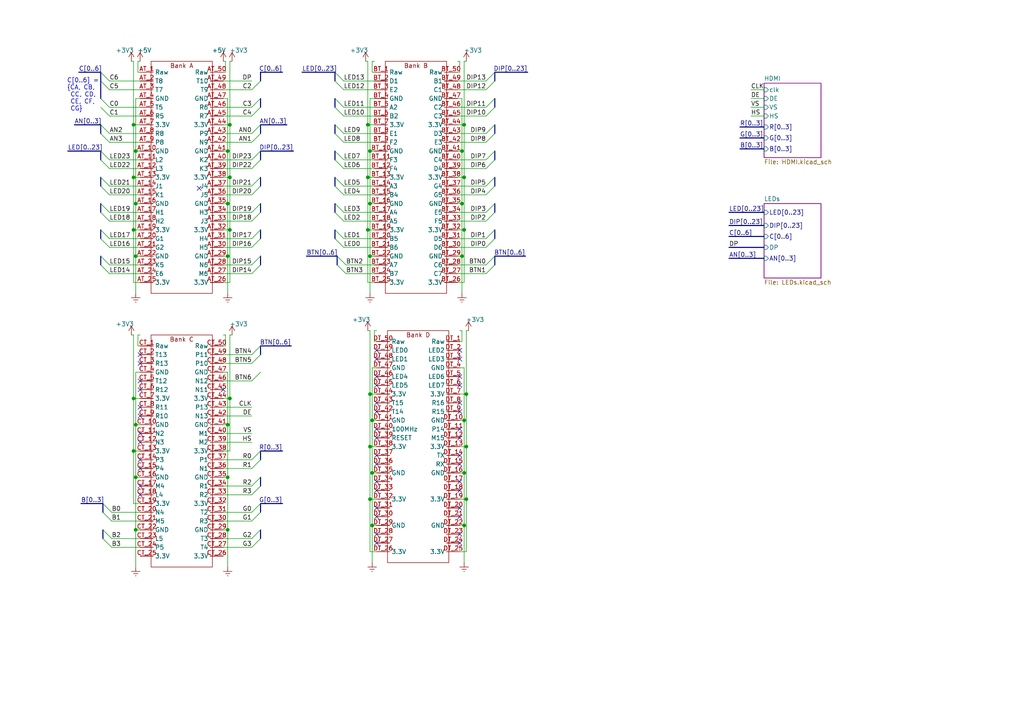
<source format=kicad_sch>
(kicad_sch (version 20200506) (host eeschema "(5.99.0-1641-g9ca61b50b)")
  (page "A4")
  (junction (at 38.735 36.195))
  (junction (at 38.735 51.435))
  (junction (at 38.735 66.675))
  (junction (at 38.735 115.57))
  (junction (at 38.735 130.81))
  (junction (at 39.37 43.815))
  (junction (at 39.37 59.055))
  (junction (at 39.37 74.295))
  (junction (at 39.37 123.19))
  (junction (at 39.37 138.43))
  (junction (at 39.37 153.67))
  (junction (at 66.04 43.815))
  (junction (at 66.04 59.055))
  (junction (at 66.04 74.295))
  (junction (at 66.04 123.19))
  (junction (at 66.04 138.43))
  (junction (at 66.04 153.67))
  (junction (at 66.675 36.195))
  (junction (at 66.675 51.435))
  (junction (at 66.675 66.675))
  (junction (at 66.675 115.57))
  (junction (at 106.68 36.195))
  (junction (at 106.68 51.435))
  (junction (at 106.68 66.675))
  (junction (at 107.315 43.815))
  (junction (at 107.315 59.055))
  (junction (at 107.315 74.295))
  (junction (at 107.315 114.3))
  (junction (at 107.315 129.54))
  (junction (at 107.315 144.78))
  (junction (at 107.95 121.92))
  (junction (at 107.95 137.16))
  (junction (at 107.95 152.4))
  (junction (at 133.985 43.815))
  (junction (at 133.985 59.055))
  (junction (at 133.985 74.295))
  (junction (at 134.62 36.195))
  (junction (at 134.62 51.435))
  (junction (at 134.62 66.675))
  (junction (at 134.62 121.92))
  (junction (at 134.62 137.16))
  (junction (at 134.62 152.4))
  (junction (at 135.255 114.3))
  (junction (at 135.255 129.54))
  (junction (at 135.255 144.78))
  (no_connect (at 133.35 132.08))
  (no_connect (at 109.22 154.94))
  (no_connect (at 109.22 157.48))
  (no_connect (at 109.22 104.14))
  (no_connect (at 109.22 124.46))
  (no_connect (at 109.22 116.84))
  (no_connect (at 40.64 102.87))
  (no_connect (at 40.64 128.27))
  (no_connect (at 40.64 118.11))
  (no_connect (at 57.785 54.61))
  (no_connect (at 40.64 113.03))
  (no_connect (at 133.35 157.48))
  (no_connect (at 133.35 109.22))
  (no_connect (at 109.22 147.32))
  (no_connect (at 109.22 101.6))
  (no_connect (at 40.64 140.97))
  (no_connect (at 109.22 139.7))
  (no_connect (at 133.35 101.6))
  (no_connect (at 133.35 116.84))
  (no_connect (at 40.64 110.49))
  (no_connect (at 133.35 149.86))
  (no_connect (at 40.64 105.41))
  (no_connect (at 133.35 154.94))
  (no_connect (at 109.22 149.86))
  (no_connect (at 40.64 143.51))
  (no_connect (at 40.64 135.89))
  (no_connect (at 109.22 142.24))
  (no_connect (at 109.22 134.62))
  (no_connect (at 40.64 125.73))
  (no_connect (at 133.35 127))
  (no_connect (at 133.35 119.38))
  (no_connect (at 133.35 134.62))
  (no_connect (at 133.35 142.24))
  (no_connect (at 64.77 113.03))
  (no_connect (at 133.35 124.46))
  (no_connect (at 109.22 109.22))
  (no_connect (at 40.64 120.65))
  (no_connect (at 109.22 127))
  (no_connect (at 133.35 111.76))
  (no_connect (at 133.35 104.14))
  (no_connect (at 133.35 139.7))
  (no_connect (at 109.22 132.08))
  (no_connect (at 133.35 147.32))
  (no_connect (at 40.64 133.35))
  (no_connect (at 109.22 119.38))
  (no_connect (at 109.22 111.76))
  (bus_entry (at 29.21 20.955) (size 2.54 2.54))
  (bus_entry (at 29.21 23.495) (size 2.54 2.54))
  (bus_entry (at 29.21 28.575) (size 2.54 2.54))
  (bus_entry (at 29.21 31.115) (size 2.54 2.54))
  (bus_entry (at 29.21 36.195) (size 2.54 2.54))
  (bus_entry (at 29.21 38.735) (size 2.54 2.54))
  (bus_entry (at 29.21 43.815) (size 2.54 2.54))
  (bus_entry (at 29.21 46.355) (size 2.54 2.54))
  (bus_entry (at 29.21 51.435) (size 2.54 2.54))
  (bus_entry (at 29.21 53.975) (size 2.54 2.54))
  (bus_entry (at 29.21 59.055) (size 2.54 2.54))
  (bus_entry (at 29.21 61.595) (size 2.54 2.54))
  (bus_entry (at 29.21 66.675) (size 2.54 2.54))
  (bus_entry (at 29.21 69.215) (size 2.54 2.54))
  (bus_entry (at 29.21 74.295) (size 2.54 2.54))
  (bus_entry (at 29.21 76.835) (size 2.54 2.54))
  (bus_entry (at 29.845 146.05) (size 2.54 2.54))
  (bus_entry (at 29.845 148.59) (size 2.54 2.54))
  (bus_entry (at 29.845 153.67) (size 2.54 2.54))
  (bus_entry (at 29.845 156.21) (size 2.54 2.54))
  (bus_entry (at 75.565 23.495) (size -2.54 2.54))
  (bus_entry (at 75.565 28.575) (size -2.54 2.54))
  (bus_entry (at 75.565 31.115) (size -2.54 2.54))
  (bus_entry (at 75.565 36.195) (size -2.54 2.54))
  (bus_entry (at 75.565 38.735) (size -2.54 2.54))
  (bus_entry (at 75.565 43.815) (size -2.54 2.54))
  (bus_entry (at 75.565 46.355) (size -2.54 2.54))
  (bus_entry (at 75.565 51.435) (size -2.54 2.54))
  (bus_entry (at 75.565 53.975) (size -2.54 2.54))
  (bus_entry (at 75.565 59.055) (size -2.54 2.54))
  (bus_entry (at 75.565 61.595) (size -2.54 2.54))
  (bus_entry (at 75.565 66.675) (size -2.54 2.54))
  (bus_entry (at 75.565 69.215) (size -2.54 2.54))
  (bus_entry (at 75.565 74.295) (size -2.54 2.54))
  (bus_entry (at 75.565 76.835) (size -2.54 2.54))
  (bus_entry (at 75.565 100.33) (size -2.54 2.54))
  (bus_entry (at 75.565 102.87) (size -2.54 2.54))
  (bus_entry (at 75.565 107.95) (size -2.54 2.54))
  (bus_entry (at 75.565 130.81) (size -2.54 2.54))
  (bus_entry (at 75.565 133.35) (size -2.54 2.54))
  (bus_entry (at 75.565 138.43) (size -2.54 2.54))
  (bus_entry (at 75.565 140.97) (size -2.54 2.54))
  (bus_entry (at 75.565 146.05) (size -2.54 2.54))
  (bus_entry (at 75.565 148.59) (size -2.54 2.54))
  (bus_entry (at 75.565 153.67) (size -2.54 2.54))
  (bus_entry (at 75.565 156.21) (size -2.54 2.54))
  (bus_entry (at 97.155 20.955) (size 2.54 2.54))
  (bus_entry (at 97.155 23.495) (size 2.54 2.54))
  (bus_entry (at 97.155 28.575) (size 2.54 2.54))
  (bus_entry (at 97.155 31.115) (size 2.54 2.54))
  (bus_entry (at 97.155 36.195) (size 2.54 2.54))
  (bus_entry (at 97.155 38.735) (size 2.54 2.54))
  (bus_entry (at 97.155 43.815) (size 2.54 2.54))
  (bus_entry (at 97.155 46.355) (size 2.54 2.54))
  (bus_entry (at 97.155 51.435) (size 2.54 2.54))
  (bus_entry (at 97.155 53.975) (size 2.54 2.54))
  (bus_entry (at 97.155 59.055) (size 2.54 2.54))
  (bus_entry (at 97.155 61.595) (size 2.54 2.54))
  (bus_entry (at 97.155 66.675) (size 2.54 2.54))
  (bus_entry (at 97.155 69.215) (size 2.54 2.54))
  (bus_entry (at 97.79 74.295) (size 2.54 2.54))
  (bus_entry (at 97.79 76.835) (size 2.54 2.54))
  (bus_entry (at 143.51 20.955) (size -2.54 2.54))
  (bus_entry (at 143.51 23.495) (size -2.54 2.54))
  (bus_entry (at 143.51 28.575) (size -2.54 2.54))
  (bus_entry (at 143.51 31.115) (size -2.54 2.54))
  (bus_entry (at 143.51 36.195) (size -2.54 2.54))
  (bus_entry (at 143.51 38.735) (size -2.54 2.54))
  (bus_entry (at 143.51 43.815) (size -2.54 2.54))
  (bus_entry (at 143.51 46.355) (size -2.54 2.54))
  (bus_entry (at 143.51 51.435) (size -2.54 2.54))
  (bus_entry (at 143.51 53.975) (size -2.54 2.54))
  (bus_entry (at 143.51 59.055) (size -2.54 2.54))
  (bus_entry (at 143.51 61.595) (size -2.54 2.54))
  (bus_entry (at 143.51 66.675) (size -2.54 2.54))
  (bus_entry (at 143.51 69.215) (size -2.54 2.54))
  (bus_entry (at 143.51 74.295) (size -2.54 2.54))
  (bus_entry (at 143.51 76.835) (size -2.54 2.54))
  (wire (pts (xy 31.75 23.495) (xy 40.64 23.495)))
  (wire (pts (xy 31.75 26.035) (xy 40.64 26.035)))
  (wire (pts (xy 31.75 31.115) (xy 40.64 31.115)))
  (wire (pts (xy 31.75 33.655) (xy 40.64 33.655)))
  (wire (pts (xy 31.75 38.735) (xy 40.64 38.735)))
  (wire (pts (xy 31.75 41.275) (xy 40.64 41.275)))
  (wire (pts (xy 31.75 46.355) (xy 40.64 46.355)))
  (wire (pts (xy 31.75 48.895) (xy 40.64 48.895)))
  (wire (pts (xy 31.75 53.975) (xy 40.64 53.975)))
  (wire (pts (xy 31.75 56.515) (xy 40.64 56.515)))
  (wire (pts (xy 31.75 61.595) (xy 40.64 61.595)))
  (wire (pts (xy 31.75 64.135) (xy 40.64 64.135)))
  (wire (pts (xy 31.75 69.215) (xy 40.64 69.215)))
  (wire (pts (xy 31.75 71.755) (xy 40.64 71.755)))
  (wire (pts (xy 31.75 76.835) (xy 40.64 76.835)))
  (wire (pts (xy 31.75 79.375) (xy 40.64 79.375)))
  (wire (pts (xy 38.735 17.78) (xy 38.1 17.78)))
  (wire (pts (xy 38.735 36.195) (xy 38.735 17.78)))
  (wire (pts (xy 38.735 51.435) (xy 38.735 36.195)))
  (wire (pts (xy 38.735 66.675) (xy 38.735 51.435)))
  (wire (pts (xy 38.735 81.915) (xy 38.735 66.675)))
  (wire (pts (xy 38.735 97.155) (xy 38.1 97.155)))
  (wire (pts (xy 38.735 115.57) (xy 38.735 97.155)))
  (wire (pts (xy 38.735 130.81) (xy 38.735 115.57)))
  (wire (pts (xy 38.735 146.05) (xy 38.735 130.81)))
  (wire (pts (xy 39.37 28.575) (xy 39.37 43.815)))
  (wire (pts (xy 39.37 43.815) (xy 39.37 59.055)))
  (wire (pts (xy 39.37 59.055) (xy 39.37 74.295)))
  (wire (pts (xy 39.37 74.295) (xy 39.37 85.09)))
  (wire (pts (xy 39.37 107.95) (xy 39.37 123.19)))
  (wire (pts (xy 39.37 123.19) (xy 39.37 138.43)))
  (wire (pts (xy 39.37 138.43) (xy 39.37 153.67)))
  (wire (pts (xy 39.37 153.67) (xy 39.37 164.465)))
  (wire (pts (xy 40.005 17.78) (xy 40.005 20.955)))
  (wire (pts (xy 40.005 17.78) (xy 40.64 17.78)))
  (wire (pts (xy 40.005 20.955) (xy 40.64 20.955)))
  (wire (pts (xy 40.005 97.155) (xy 40.64 97.155)))
  (wire (pts (xy 40.005 100.33) (xy 40.005 97.155)))
  (wire (pts (xy 40.64 28.575) (xy 39.37 28.575)))
  (wire (pts (xy 40.64 36.195) (xy 38.735 36.195)))
  (wire (pts (xy 40.64 43.815) (xy 39.37 43.815)))
  (wire (pts (xy 40.64 51.435) (xy 38.735 51.435)))
  (wire (pts (xy 40.64 59.055) (xy 39.37 59.055)))
  (wire (pts (xy 40.64 66.675) (xy 38.735 66.675)))
  (wire (pts (xy 40.64 74.295) (xy 39.37 74.295)))
  (wire (pts (xy 40.64 81.915) (xy 38.735 81.915)))
  (wire (pts (xy 40.64 100.33) (xy 40.005 100.33)))
  (wire (pts (xy 40.64 107.95) (xy 39.37 107.95)))
  (wire (pts (xy 40.64 115.57) (xy 38.735 115.57)))
  (wire (pts (xy 40.64 123.19) (xy 39.37 123.19)))
  (wire (pts (xy 40.64 130.81) (xy 38.735 130.81)))
  (wire (pts (xy 40.64 138.43) (xy 39.37 138.43)))
  (wire (pts (xy 40.64 146.05) (xy 38.735 146.05)))
  (wire (pts (xy 40.64 148.59) (xy 32.385 148.59)))
  (wire (pts (xy 40.64 151.13) (xy 32.385 151.13)))
  (wire (pts (xy 40.64 153.67) (xy 39.37 153.67)))
  (wire (pts (xy 40.64 156.21) (xy 32.385 156.21)))
  (wire (pts (xy 40.64 158.75) (xy 32.385 158.75)))
  (wire (pts (xy 64.77 23.495) (xy 73.025 23.495)))
  (wire (pts (xy 64.77 26.035) (xy 73.025 26.035)))
  (wire (pts (xy 64.77 28.575) (xy 66.04 28.575)))
  (wire (pts (xy 64.77 31.115) (xy 73.025 31.115)))
  (wire (pts (xy 64.77 33.655) (xy 73.025 33.655)))
  (wire (pts (xy 64.77 36.195) (xy 66.675 36.195)))
  (wire (pts (xy 64.77 38.735) (xy 73.025 38.735)))
  (wire (pts (xy 64.77 41.275) (xy 73.025 41.275)))
  (wire (pts (xy 64.77 43.815) (xy 66.04 43.815)))
  (wire (pts (xy 64.77 46.355) (xy 73.025 46.355)))
  (wire (pts (xy 64.77 48.895) (xy 73.025 48.895)))
  (wire (pts (xy 64.77 51.435) (xy 66.675 51.435)))
  (wire (pts (xy 64.77 53.975) (xy 73.025 53.975)))
  (wire (pts (xy 64.77 56.515) (xy 73.025 56.515)))
  (wire (pts (xy 64.77 59.055) (xy 66.04 59.055)))
  (wire (pts (xy 64.77 61.595) (xy 73.025 61.595)))
  (wire (pts (xy 64.77 64.135) (xy 73.025 64.135)))
  (wire (pts (xy 64.77 66.675) (xy 66.675 66.675)))
  (wire (pts (xy 64.77 69.215) (xy 73.025 69.215)))
  (wire (pts (xy 64.77 71.755) (xy 73.025 71.755)))
  (wire (pts (xy 64.77 74.295) (xy 66.04 74.295)))
  (wire (pts (xy 64.77 76.835) (xy 73.025 76.835)))
  (wire (pts (xy 64.77 79.375) (xy 73.025 79.375)))
  (wire (pts (xy 64.77 81.915) (xy 66.675 81.915)))
  (wire (pts (xy 64.77 100.33) (xy 65.405 100.33)))
  (wire (pts (xy 64.77 102.87) (xy 73.025 102.87)))
  (wire (pts (xy 64.77 105.41) (xy 73.025 105.41)))
  (wire (pts (xy 64.77 107.95) (xy 66.04 107.95)))
  (wire (pts (xy 64.77 110.49) (xy 73.025 110.49)))
  (wire (pts (xy 64.77 115.57) (xy 66.675 115.57)))
  (wire (pts (xy 64.77 118.11) (xy 73.025 118.11)))
  (wire (pts (xy 64.77 123.19) (xy 66.04 123.19)))
  (wire (pts (xy 64.77 125.73) (xy 73.025 125.73)))
  (wire (pts (xy 64.77 130.81) (xy 66.675 130.81)))
  (wire (pts (xy 64.77 133.35) (xy 73.025 133.35)))
  (wire (pts (xy 64.77 135.89) (xy 73.025 135.89)))
  (wire (pts (xy 64.77 138.43) (xy 66.04 138.43)))
  (wire (pts (xy 64.77 140.97) (xy 73.025 140.97)))
  (wire (pts (xy 64.77 143.51) (xy 73.025 143.51)))
  (wire (pts (xy 64.77 148.59) (xy 73.025 148.59)))
  (wire (pts (xy 64.77 151.13) (xy 73.025 151.13)))
  (wire (pts (xy 64.77 153.67) (xy 66.04 153.67)))
  (wire (pts (xy 64.77 156.21) (xy 73.025 156.21)))
  (wire (pts (xy 64.77 158.75) (xy 73.025 158.75)))
  (wire (pts (xy 65.405 17.78) (xy 64.77 17.78)))
  (wire (pts (xy 65.405 17.78) (xy 65.405 20.955)))
  (wire (pts (xy 65.405 20.955) (xy 64.77 20.955)))
  (wire (pts (xy 65.405 97.155) (xy 64.77 97.155)))
  (wire (pts (xy 65.405 100.33) (xy 65.405 97.155)))
  (wire (pts (xy 66.04 28.575) (xy 66.04 43.815)))
  (wire (pts (xy 66.04 43.815) (xy 66.04 59.055)))
  (wire (pts (xy 66.04 59.055) (xy 66.04 74.295)))
  (wire (pts (xy 66.04 74.295) (xy 66.04 85.09)))
  (wire (pts (xy 66.04 107.95) (xy 66.04 123.19)))
  (wire (pts (xy 66.04 123.19) (xy 66.04 138.43)))
  (wire (pts (xy 66.04 138.43) (xy 66.04 153.67)))
  (wire (pts (xy 66.04 153.67) (xy 66.04 164.465)))
  (wire (pts (xy 66.675 17.78) (xy 67.31 17.78)))
  (wire (pts (xy 66.675 36.195) (xy 66.675 17.78)))
  (wire (pts (xy 66.675 51.435) (xy 66.675 36.195)))
  (wire (pts (xy 66.675 66.675) (xy 66.675 51.435)))
  (wire (pts (xy 66.675 81.915) (xy 66.675 66.675)))
  (wire (pts (xy 66.675 97.155) (xy 67.31 97.155)))
  (wire (pts (xy 66.675 115.57) (xy 66.675 97.155)))
  (wire (pts (xy 66.675 130.81) (xy 66.675 115.57)))
  (wire (pts (xy 73.025 120.65) (xy 64.77 120.65)))
  (wire (pts (xy 73.025 128.27) (xy 64.77 128.27)))
  (wire (pts (xy 99.695 23.495) (xy 108.585 23.495)))
  (wire (pts (xy 99.695 26.035) (xy 108.585 26.035)))
  (wire (pts (xy 99.695 31.115) (xy 108.585 31.115)))
  (wire (pts (xy 99.695 33.655) (xy 108.585 33.655)))
  (wire (pts (xy 99.695 38.735) (xy 108.585 38.735)))
  (wire (pts (xy 99.695 41.275) (xy 108.585 41.275)))
  (wire (pts (xy 99.695 46.355) (xy 108.585 46.355)))
  (wire (pts (xy 99.695 48.895) (xy 108.585 48.895)))
  (wire (pts (xy 99.695 53.975) (xy 108.585 53.975)))
  (wire (pts (xy 99.695 56.515) (xy 108.585 56.515)))
  (wire (pts (xy 99.695 61.595) (xy 108.585 61.595)))
  (wire (pts (xy 99.695 64.135) (xy 108.585 64.135)))
  (wire (pts (xy 99.695 69.215) (xy 108.585 69.215)))
  (wire (pts (xy 99.695 71.755) (xy 108.585 71.755)))
  (wire (pts (xy 106.68 17.78) (xy 106.045 17.78)))
  (wire (pts (xy 106.68 36.195) (xy 106.68 17.78)))
  (wire (pts (xy 106.68 51.435) (xy 106.68 36.195)))
  (wire (pts (xy 106.68 66.675) (xy 106.68 51.435)))
  (wire (pts (xy 106.68 81.915) (xy 106.68 66.675)))
  (wire (pts (xy 107.315 28.575) (xy 107.315 43.815)))
  (wire (pts (xy 107.315 43.815) (xy 107.315 59.055)))
  (wire (pts (xy 107.315 59.055) (xy 107.315 74.295)))
  (wire (pts (xy 107.315 74.295) (xy 107.315 85.09)))
  (wire (pts (xy 107.315 95.885) (xy 106.68 95.885)))
  (wire (pts (xy 107.315 114.3) (xy 107.315 95.885)))
  (wire (pts (xy 107.315 129.54) (xy 107.315 114.3)))
  (wire (pts (xy 107.315 144.78) (xy 107.315 129.54)))
  (wire (pts (xy 107.315 160.02) (xy 107.315 144.78)))
  (wire (pts (xy 107.95 17.78) (xy 108.585 17.78)))
  (wire (pts (xy 107.95 20.955) (xy 107.95 17.78)))
  (wire (pts (xy 107.95 106.68) (xy 107.95 121.92)))
  (wire (pts (xy 107.95 121.92) (xy 107.95 137.16)))
  (wire (pts (xy 107.95 137.16) (xy 107.95 152.4)))
  (wire (pts (xy 107.95 152.4) (xy 107.95 163.195)))
  (wire (pts (xy 108.585 20.955) (xy 107.95 20.955)))
  (wire (pts (xy 108.585 28.575) (xy 107.315 28.575)))
  (wire (pts (xy 108.585 36.195) (xy 106.68 36.195)))
  (wire (pts (xy 108.585 43.815) (xy 107.315 43.815)))
  (wire (pts (xy 108.585 51.435) (xy 106.68 51.435)))
  (wire (pts (xy 108.585 59.055) (xy 107.315 59.055)))
  (wire (pts (xy 108.585 66.675) (xy 106.68 66.675)))
  (wire (pts (xy 108.585 74.295) (xy 107.315 74.295)))
  (wire (pts (xy 108.585 76.835) (xy 100.33 76.835)))
  (wire (pts (xy 108.585 79.375) (xy 100.33 79.375)))
  (wire (pts (xy 108.585 81.915) (xy 106.68 81.915)))
  (wire (pts (xy 108.585 95.885) (xy 109.22 95.885)))
  (wire (pts (xy 108.585 99.06) (xy 108.585 95.885)))
  (wire (pts (xy 109.22 99.06) (xy 108.585 99.06)))
  (wire (pts (xy 109.22 106.68) (xy 107.95 106.68)))
  (wire (pts (xy 109.22 114.3) (xy 107.315 114.3)))
  (wire (pts (xy 109.22 121.92) (xy 107.95 121.92)))
  (wire (pts (xy 109.22 129.54) (xy 107.315 129.54)))
  (wire (pts (xy 109.22 137.16) (xy 107.95 137.16)))
  (wire (pts (xy 109.22 144.78) (xy 107.315 144.78)))
  (wire (pts (xy 109.22 152.4) (xy 107.95 152.4)))
  (wire (pts (xy 109.22 160.02) (xy 107.315 160.02)))
  (wire (pts (xy 132.715 20.955) (xy 133.35 20.955)))
  (wire (pts (xy 132.715 23.495) (xy 140.97 23.495)))
  (wire (pts (xy 132.715 26.035) (xy 140.97 26.035)))
  (wire (pts (xy 132.715 28.575) (xy 133.985 28.575)))
  (wire (pts (xy 132.715 31.115) (xy 140.97 31.115)))
  (wire (pts (xy 132.715 33.655) (xy 140.97 33.655)))
  (wire (pts (xy 132.715 36.195) (xy 134.62 36.195)))
  (wire (pts (xy 132.715 38.735) (xy 140.97 38.735)))
  (wire (pts (xy 132.715 41.275) (xy 140.97 41.275)))
  (wire (pts (xy 132.715 43.815) (xy 133.985 43.815)))
  (wire (pts (xy 132.715 46.355) (xy 140.97 46.355)))
  (wire (pts (xy 132.715 48.895) (xy 140.97 48.895)))
  (wire (pts (xy 132.715 51.435) (xy 134.62 51.435)))
  (wire (pts (xy 132.715 53.975) (xy 140.97 53.975)))
  (wire (pts (xy 132.715 56.515) (xy 140.97 56.515)))
  (wire (pts (xy 132.715 59.055) (xy 133.985 59.055)))
  (wire (pts (xy 132.715 61.595) (xy 140.97 61.595)))
  (wire (pts (xy 132.715 64.135) (xy 140.97 64.135)))
  (wire (pts (xy 132.715 66.675) (xy 134.62 66.675)))
  (wire (pts (xy 132.715 69.215) (xy 140.97 69.215)))
  (wire (pts (xy 132.715 71.755) (xy 140.97 71.755)))
  (wire (pts (xy 132.715 74.295) (xy 133.985 74.295)))
  (wire (pts (xy 132.715 76.835) (xy 140.97 76.835)))
  (wire (pts (xy 132.715 79.375) (xy 140.97 79.375)))
  (wire (pts (xy 132.715 81.915) (xy 134.62 81.915)))
  (wire (pts (xy 133.35 17.78) (xy 132.715 17.78)))
  (wire (pts (xy 133.35 20.955) (xy 133.35 17.78)))
  (wire (pts (xy 133.35 99.06) (xy 133.985 99.06)))
  (wire (pts (xy 133.35 106.68) (xy 134.62 106.68)))
  (wire (pts (xy 133.35 114.3) (xy 135.255 114.3)))
  (wire (pts (xy 133.35 121.92) (xy 134.62 121.92)))
  (wire (pts (xy 133.35 129.54) (xy 135.255 129.54)))
  (wire (pts (xy 133.35 137.16) (xy 134.62 137.16)))
  (wire (pts (xy 133.35 144.78) (xy 135.255 144.78)))
  (wire (pts (xy 133.35 152.4) (xy 134.62 152.4)))
  (wire (pts (xy 133.35 160.02) (xy 135.255 160.02)))
  (wire (pts (xy 133.985 28.575) (xy 133.985 43.815)))
  (wire (pts (xy 133.985 43.815) (xy 133.985 59.055)))
  (wire (pts (xy 133.985 59.055) (xy 133.985 74.295)))
  (wire (pts (xy 133.985 74.295) (xy 133.985 85.09)))
  (wire (pts (xy 133.985 95.885) (xy 133.35 95.885)))
  (wire (pts (xy 133.985 99.06) (xy 133.985 95.885)))
  (wire (pts (xy 134.62 17.78) (xy 135.255 17.78)))
  (wire (pts (xy 134.62 36.195) (xy 134.62 17.78)))
  (wire (pts (xy 134.62 51.435) (xy 134.62 36.195)))
  (wire (pts (xy 134.62 66.675) (xy 134.62 51.435)))
  (wire (pts (xy 134.62 81.915) (xy 134.62 66.675)))
  (wire (pts (xy 134.62 106.68) (xy 134.62 121.92)))
  (wire (pts (xy 134.62 121.92) (xy 134.62 137.16)))
  (wire (pts (xy 134.62 137.16) (xy 134.62 152.4)))
  (wire (pts (xy 134.62 152.4) (xy 134.62 163.195)))
  (wire (pts (xy 135.255 95.885) (xy 135.89 95.885)))
  (wire (pts (xy 135.255 114.3) (xy 135.255 95.885)))
  (wire (pts (xy 135.255 129.54) (xy 135.255 114.3)))
  (wire (pts (xy 135.255 144.78) (xy 135.255 129.54)))
  (wire (pts (xy 135.255 160.02) (xy 135.255 144.78)))
  (wire (pts (xy 217.805 26.035) (xy 221.615 26.035)))
  (wire (pts (xy 217.805 28.575) (xy 221.615 28.575)))
  (wire (pts (xy 217.805 31.115) (xy 221.615 31.115)))
  (wire (pts (xy 217.805 33.655) (xy 221.615 33.655)))
  (bus (pts (xy 19.685 43.815) (xy 29.21 43.815)))
  (bus (pts (xy 29.21 20.955) (xy 22.86 20.955)))
  (bus (pts (xy 29.21 20.955) (xy 29.21 23.495)))
  (bus (pts (xy 29.21 23.495) (xy 29.21 31.115)))
  (bus (pts (xy 29.21 36.195) (xy 21.59 36.195)))
  (bus (pts (xy 29.21 36.195) (xy 29.21 38.735)))
  (bus (pts (xy 29.21 43.815) (xy 29.21 51.435)))
  (bus (pts (xy 29.21 51.435) (xy 29.21 59.055)))
  (bus (pts (xy 29.21 59.055) (xy 29.21 66.675)))
  (bus (pts (xy 29.21 66.675) (xy 29.21 74.295)))
  (bus (pts (xy 29.21 74.295) (xy 29.21 76.835)))
  (bus (pts (xy 29.845 146.05) (xy 23.495 146.05)))
  (bus (pts (xy 29.845 146.05) (xy 29.845 153.67)))
  (bus (pts (xy 29.845 153.67) (xy 29.845 156.21)))
  (bus (pts (xy 75.565 20.955) (xy 75.565 28.575)))
  (bus (pts (xy 75.565 20.955) (xy 81.915 20.955)))
  (bus (pts (xy 75.565 28.575) (xy 75.565 31.115)))
  (bus (pts (xy 75.565 36.195) (xy 75.565 38.735)))
  (bus (pts (xy 75.565 36.195) (xy 83.185 36.195)))
  (bus (pts (xy 75.565 43.815) (xy 75.565 51.435)))
  (bus (pts (xy 75.565 43.815) (xy 85.09 43.815)))
  (bus (pts (xy 75.565 51.435) (xy 75.565 59.055)))
  (bus (pts (xy 75.565 59.055) (xy 75.565 66.675)))
  (bus (pts (xy 75.565 66.675) (xy 75.565 74.295)))
  (bus (pts (xy 75.565 74.295) (xy 75.565 76.835)))
  (bus (pts (xy 75.565 100.33) (xy 75.565 107.95)))
  (bus (pts (xy 75.565 100.33) (xy 84.455 100.33)))
  (bus (pts (xy 75.565 130.81) (xy 75.565 138.43)))
  (bus (pts (xy 75.565 130.81) (xy 81.915 130.81)))
  (bus (pts (xy 75.565 138.43) (xy 75.565 140.97)))
  (bus (pts (xy 75.565 146.05) (xy 75.565 153.67)))
  (bus (pts (xy 75.565 146.05) (xy 81.915 146.05)))
  (bus (pts (xy 75.565 153.67) (xy 75.565 156.21)))
  (bus (pts (xy 87.63 20.955) (xy 97.155 20.955)))
  (bus (pts (xy 88.9 74.295) (xy 97.79 74.295)))
  (bus (pts (xy 97.155 20.955) (xy 97.155 28.575)))
  (bus (pts (xy 97.155 28.575) (xy 97.155 36.195)))
  (bus (pts (xy 97.155 36.195) (xy 97.155 43.815)))
  (bus (pts (xy 97.155 43.815) (xy 97.155 51.435)))
  (bus (pts (xy 97.155 51.435) (xy 97.155 59.055)))
  (bus (pts (xy 97.155 59.055) (xy 97.155 66.675)))
  (bus (pts (xy 97.155 66.675) (xy 97.155 69.215)))
  (bus (pts (xy 97.79 74.295) (xy 97.79 76.835)))
  (bus (pts (xy 143.51 20.955) (xy 143.51 28.575)))
  (bus (pts (xy 143.51 20.955) (xy 153.035 20.955)))
  (bus (pts (xy 143.51 28.575) (xy 143.51 36.195)))
  (bus (pts (xy 143.51 36.195) (xy 143.51 43.815)))
  (bus (pts (xy 143.51 43.815) (xy 143.51 51.435)))
  (bus (pts (xy 143.51 51.435) (xy 143.51 59.055)))
  (bus (pts (xy 143.51 59.055) (xy 143.51 66.675)))
  (bus (pts (xy 143.51 66.675) (xy 143.51 69.215)))
  (bus (pts (xy 143.51 74.295) (xy 143.51 76.835)))
  (bus (pts (xy 143.51 74.295) (xy 152.4 74.295)))
  (bus (pts (xy 211.455 61.595) (xy 221.615 61.595)))
  (bus (pts (xy 211.455 65.405) (xy 221.615 65.405)))
  (bus (pts (xy 214.63 36.83) (xy 221.615 36.83)))
  (bus (pts (xy 214.63 40.005) (xy 221.615 40.005)))
  (bus (pts (xy 214.63 43.18) (xy 221.615 43.18)))
  (bus (pts (xy 221.615 68.58) (xy 211.455 68.58)))
  (bus (pts (xy 221.615 71.755) (xy 211.455 71.755)))
  (bus (pts (xy 221.615 74.93) (xy 211.455 74.93)))
  (text "   C[0..6] = \n   {CA, CB,\n    CC, CD,\n    CE, CF,\n    CG}" (at 16.51 32.385 0) (effects (font (size 1.27 1.27)) (justify left bottom)))
  (label "LED[0..23]" (at 19.685 43.815 0))
  (label "AN[0..3]" (at 21.59 36.195 0))
  (label "C[0..6]" (at 22.86 20.955 0))
  (label "B[0..3]" (at 23.495 146.05 0))
  (label "C6" (at 31.75 23.495 0))
  (label "C5" (at 31.75 26.035 0))
  (label "C0" (at 31.75 31.115 0))
  (label "C1" (at 31.75 33.655 0))
  (label "AN2" (at 31.75 38.735 0))
  (label "AN3" (at 31.75 41.275 0))
  (label "LED23" (at 31.75 46.355 0))
  (label "LED22" (at 31.75 48.895 0))
  (label "LED21" (at 31.75 53.975 0))
  (label "LED20" (at 31.75 56.515 0))
  (label "LED19" (at 31.75 61.595 0))
  (label "LED18" (at 31.75 64.135 0))
  (label "LED17" (at 31.75 69.215 0))
  (label "LED16" (at 31.75 71.755 0))
  (label "LED15" (at 31.75 76.835 0))
  (label "LED14" (at 31.75 79.375 0))
  (label "B0" (at 32.385 148.59 0))
  (label "B1" (at 32.385 151.13 0))
  (label "B2" (at 32.385 156.21 0))
  (label "B3" (at 32.385 158.75 0))
  (label "DP" (at 73.025 23.495 180))
  (label "C2" (at 73.025 26.035 180))
  (label "C3" (at 73.025 31.115 180))
  (label "C4" (at 73.025 33.655 180))
  (label "AN0" (at 73.025 38.735 180))
  (label "AN1" (at 73.025 41.275 180))
  (label "DIP23" (at 73.025 46.355 180))
  (label "DIP22" (at 73.025 48.895 180))
  (label "DIP21" (at 73.025 53.975 180))
  (label "DIP20" (at 73.025 56.515 180))
  (label "DIP19" (at 73.025 61.595 180))
  (label "DIP18" (at 73.025 64.135 180))
  (label "DIP17" (at 73.025 69.215 180))
  (label "DIP16" (at 73.025 71.755 180))
  (label "DIP15" (at 73.025 76.835 180))
  (label "DIP14" (at 73.025 79.375 180))
  (label "BTN4" (at 73.025 102.87 180))
  (label "BTN5" (at 73.025 105.41 180))
  (label "BTN6" (at 73.025 110.49 180))
  (label "CLK" (at 73.025 118.11 180))
  (label "DE" (at 73.025 120.65 180))
  (label "VS" (at 73.025 125.73 180))
  (label "HS" (at 73.025 128.27 180))
  (label "R0" (at 73.025 133.35 180))
  (label "R1" (at 73.025 135.89 180))
  (label "R2" (at 73.025 140.97 180))
  (label "R3" (at 73.025 143.51 180))
  (label "G0" (at 73.025 148.59 180))
  (label "G1" (at 73.025 151.13 180))
  (label "G2" (at 73.025 156.21 180))
  (label "G3" (at 73.025 158.75 180))
  (label "C[0..6]" (at 81.915 20.955 180))
  (label "R[0..3]" (at 81.915 130.81 180))
  (label "G[0..3]" (at 81.915 146.05 180))
  (label "AN[0..3]" (at 83.185 36.195 180))
  (label "BTN[0..6]" (at 84.455 100.33 180))
  (label "DIP[0..23]" (at 85.09 43.815 180))
  (label "LED[0..23]" (at 87.63 20.955 0))
  (label "BTN[0..6]" (at 88.9 74.295 0))
  (label "LED13" (at 99.695 23.495 0))
  (label "LED12" (at 99.695 26.035 0))
  (label "LED11" (at 99.695 31.115 0))
  (label "LED10" (at 99.695 33.655 0))
  (label "LED9" (at 99.695 38.735 0))
  (label "LED8" (at 99.695 41.275 0))
  (label "LED7" (at 99.695 46.355 0))
  (label "LED6" (at 99.695 48.895 0))
  (label "LED5" (at 99.695 53.975 0))
  (label "LED4" (at 99.695 56.515 0))
  (label "LED3" (at 99.695 61.595 0))
  (label "LED2" (at 99.695 64.135 0))
  (label "LED1" (at 99.695 69.215 0))
  (label "LED0" (at 99.695 71.755 0))
  (label "BTN2" (at 100.33 76.835 0))
  (label "BTN3" (at 100.33 79.375 0))
  (label "DIP13" (at 140.97 23.495 180))
  (label "DIP12" (at 140.97 26.035 180))
  (label "DIP11" (at 140.97 31.115 180))
  (label "DIP10" (at 140.97 33.655 180))
  (label "DIP9" (at 140.97 38.735 180))
  (label "DIP8" (at 140.97 41.275 180))
  (label "DIP7" (at 140.97 46.355 180))
  (label "DIP6" (at 140.97 48.895 180))
  (label "DIP5" (at 140.97 53.975 180))
  (label "DIP4" (at 140.97 56.515 180))
  (label "DIP3" (at 140.97 61.595 180))
  (label "DIP2" (at 140.97 64.135 180))
  (label "DIP1" (at 140.97 69.215 180))
  (label "DIP0" (at 140.97 71.755 180))
  (label "BTN0" (at 140.97 76.835 180))
  (label "BTN1" (at 140.97 79.375 180))
  (label "BTN[0..6]" (at 152.4 74.295 180))
  (label "DIP[0..23]" (at 153.035 20.955 180))
  (label "LED[0..23]" (at 211.455 61.595 0))
  (label "DIP[0..23]" (at 211.455 65.405 0))
  (label "C[0..6]" (at 211.455 68.58 0))
  (label "DP" (at 211.455 71.755 0))
  (label "AN[0..3]" (at 211.455 74.93 0))
  (label "R[0..3]" (at 214.63 36.83 0))
  (label "G[0..3]" (at 214.63 40.005 0))
  (label "B[0..3]" (at 214.63 43.18 0))
  (label "CLK" (at 217.805 26.035 0))
  (label "DE" (at 217.805 28.575 0))
  (label "VS" (at 217.805 31.115 0))
  (label "HS" (at 217.805 33.655 0))
  (symbol (lib_id "power:+3V3") (at 38.1 17.78 0) (unit 1)
    (property "Reference" "#PWR00" (effects hide))
    (property "Value" "+3V3" (at 36.195 14.605 0))
  )
  (symbol (lib_id "power:+3V3") (at 38.1 97.155 0) (unit 1)
    (property "Reference" "#PWR012" (effects hide))
    (property "Value" "+3V3" (at 36.195 93.98 0))
  )
  (symbol (lib_id "power:+5V") (at 40.64 17.78 0) (unit 1)
    (property "Reference" "#PWR01" (effects hide))
    (property "Value" "+5V" (at 41.91 14.605 0))
  )
  (symbol (lib_id "power:+5V") (at 64.77 17.78 0) (mirror y) (unit 1)
    (property "Reference" "#PWR02" (effects hide))
    (property "Value" "+5V" (at 63.5 14.605 0))
  )
  (symbol (lib_id "power:+3V3") (at 67.31 17.78 0) (mirror y) (unit 1)
    (property "Reference" "#PWR03" (effects hide))
    (property "Value" "+3V3" (at 69.215 14.605 0))
  )
  (symbol (lib_id "power:+3V3") (at 67.31 97.155 0) (mirror y) (unit 1)
    (property "Reference" "#PWR013" (effects hide))
    (property "Value" "+3V3" (at 69.215 93.98 0))
  )
  (symbol (lib_id "power:+3V3") (at 106.045 17.78 0) (unit 1)
    (property "Reference" "#PWR04" (effects hide))
    (property "Value" "+3V3" (at 104.14 14.605 0))
  )
  (symbol (lib_id "power:+3V3") (at 106.68 95.885 0) (unit 1)
    (property "Reference" "#PWR010" (effects hide))
    (property "Value" "+3V3" (at 104.775 92.71 0))
  )
  (symbol (lib_id "power:+3V3") (at 135.255 17.78 0) (mirror y) (unit 1)
    (property "Reference" "#PWR05" (effects hide))
    (property "Value" "+3V3" (at 137.16 14.605 0))
  )
  (symbol (lib_id "power:+3V3") (at 135.89 95.885 0) (mirror y) (unit 1)
    (property "Reference" "#PWR011" (effects hide))
    (property "Value" "+3V3" (at 137.795 92.71 0))
  )
  (symbol (lib_id "power:GNDREF") (at 39.37 85.09 0) (unit 1)
    (property "Reference" "#PWR06" (effects hide))
    (property "Value" "GNDREF" (effects hide))
  )
  (symbol (lib_id "power:GNDREF") (at 39.37 164.465 0) (mirror y) (unit 1)
    (property "Reference" "#PWR016" (effects hide))
    (property "Value" "GNDREF" (effects hide))
  )
  (symbol (lib_id "power:GNDREF") (at 66.04 85.09 0) (unit 1)
    (property "Reference" "#PWR07" (effects hide))
    (property "Value" "GNDREF" (effects hide))
  )
  (symbol (lib_id "power:GNDREF") (at 66.04 164.465 0) (unit 1)
    (property "Reference" "#PWR017" (effects hide))
    (property "Value" "GNDREF" (effects hide))
  )
  (symbol (lib_id "power:GNDREF") (at 107.315 85.09 0) (unit 1)
    (property "Reference" "#PWR08" (effects hide))
    (property "Value" "GNDREF" (effects hide))
  )
  (symbol (lib_id "power:GNDREF") (at 107.95 163.195 0) (mirror y) (unit 1)
    (property "Reference" "#PWR014" (effects hide))
    (property "Value" "GNDREF" (effects hide))
  )
  (symbol (lib_id "power:GNDREF") (at 133.985 85.09 0) (unit 1)
    (property "Reference" "#PWR09" (effects hide))
    (property "Value" "GNDREF" (effects hide))
  )
  (symbol (lib_id "power:GNDREF") (at 134.62 163.195 0) (unit 1)
    (property "Reference" "#PWR015" (effects hide))
    (property "Value" "GNDREF" (effects hide))
  )
  (symbol (lib_id "Custom_Symbols:Adaptor_both-alchitry_symbols") (at 43.815 85.09 0) (unit 1)
    (property "Reference" "U0" (effects hide))
    (property "Value" "boardmezzanine_new" (effects hide))
    (property "Footprint" "Custom_Parts:Alchitry_Top_Bottom" (effects hide))
  )
  (symbol (lib_id "Custom_Symbols:Adaptor_both-alchitry_symbols") (at 43.815 164.465 0) (unit 3)
    (property "Reference" "U0" (effects hide))
    (property "Value" "boardmezzanine_new" (effects hide))
    (property "Footprint" "Custom_Parts:Alchitry_Top_Bottom" (effects hide))
  )
  (symbol (lib_id "Custom_Symbols:Adaptor_both-alchitry_symbols") (at 111.76 85.09 0) (unit 2)
    (property "Reference" "U0" (effects hide))
    (property "Value" "boardmezzanine_new" (effects hide))
    (property "Footprint" "Custom_Parts:Alchitry_Top_Bottom" (effects hide))
  )
  (symbol (lib_id "Custom_Symbols:Adaptor_both-alchitry_symbols") (at 112.395 163.195 0) (unit 4)
    (property "Reference" "U0" (effects hide))
    (property "Value" "boardmezzanine_new" (effects hide))
    (property "Footprint" "Custom_Parts:Alchitry_Top_Bottom" (effects hide))
  )
  (sheet (at 221.615 24.13) (size 16.51 21.59) (stroke (color 132 0 132 1)) (fill (color 255 255 255 0.0000))
    (property "Sheet name" "HDMI" (at 221.615 23.4945 0) (effects (justify left bottom)))
    (property "Sheet file" "HDMI.kicad_sch" (at 221.615 46.2285 0) (effects (justify left top)))
    (pin "clk" input (at 221.615 26.035 180))
    (pin "DE" input (at 221.615 28.575 180))
    (pin "VS" input (at 221.615 31.115 180))
    (pin "HS" input (at 221.615 33.655 180))
    (pin "R[0..3]" input (at 221.615 36.83 180))
    (pin "G[0..3]" input (at 221.615 40.005 180))
    (pin "B[0..3]" input (at 221.615 43.18 180))
  )
  (sheet (at 221.615 59.055) (size 16.51 21.59) (stroke (color 132 0 132 1)) (fill (color 255 255 255 0.0000))
    (property "Sheet name" "LEDs" (at 221.615 58.4195 0) (effects (justify left bottom)))
    (property "Sheet file" "LEDs.kicad_sch" (at 221.615 81.1535 0) (effects (justify left top)))
    (pin "LED[0..23]" input (at 221.615 61.595 180))
    (pin "DIP[0..23]" input (at 221.615 65.405 180))
    (pin "C[0..6]" input (at 221.615 68.58 180))
    (pin "DP" input (at 221.615 71.755 180))
    (pin "AN[0..3]" input (at 221.615 74.93 180))
  )
)
</source>
